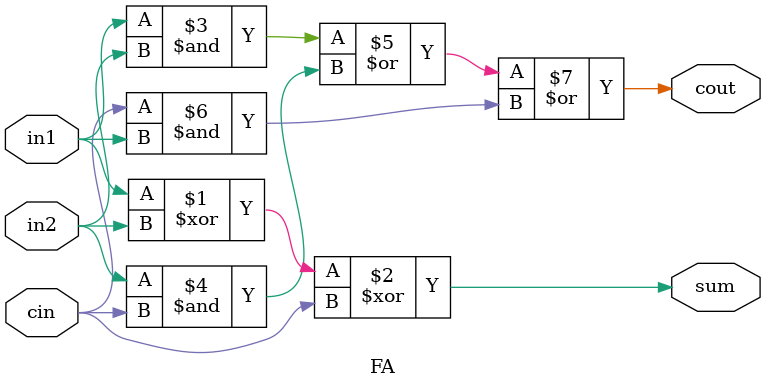
<source format=sv>
module FA(in1, in2, sum, cin, cout);
  input in1, in2, cin;
  output sum, cout;
  assign sum = in1 ^ in2 ^ cin;
  assign cout = (in1 & in2) | (in2 & cin) | (cin & in1);
endmodule
</source>
